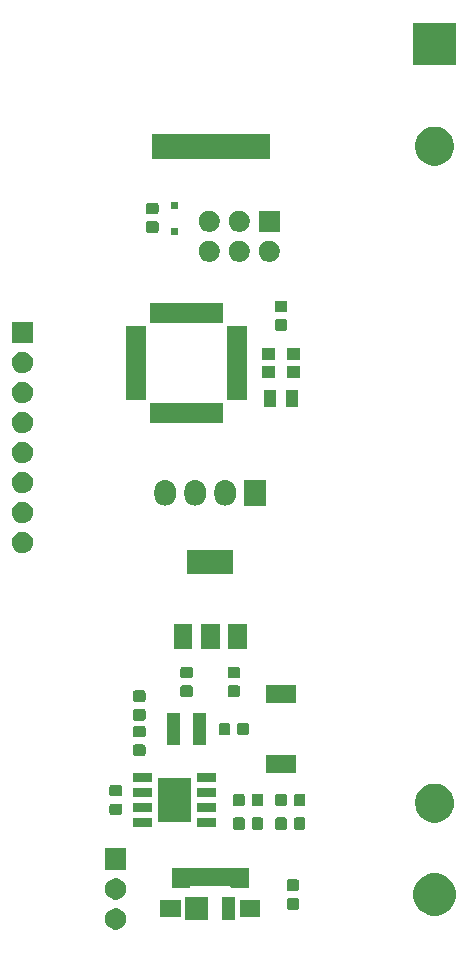
<source format=gbr>
G04 #@! TF.GenerationSoftware,KiCad,Pcbnew,5.1.5-1.fc30*
G04 #@! TF.CreationDate,2020-09-01T08:29:50+02:00*
G04 #@! TF.ProjectId,BeaconTemperature,42656163-6f6e-4546-956d-706572617475,rev?*
G04 #@! TF.SameCoordinates,Original*
G04 #@! TF.FileFunction,Soldermask,Top*
G04 #@! TF.FilePolarity,Negative*
%FSLAX46Y46*%
G04 Gerber Fmt 4.6, Leading zero omitted, Abs format (unit mm)*
G04 Created by KiCad (PCBNEW 5.1.5-1.fc30) date 2020-09-01 08:29:50*
%MOMM*%
%LPD*%
G04 APERTURE LIST*
%ADD10C,0.100000*%
G04 APERTURE END LIST*
D10*
G36*
X127113512Y-92183927D02*
G01*
X127262812Y-92213624D01*
X127426784Y-92281544D01*
X127574354Y-92380147D01*
X127699853Y-92505646D01*
X127798456Y-92653216D01*
X127866376Y-92817188D01*
X127901000Y-92991259D01*
X127901000Y-93168741D01*
X127866376Y-93342812D01*
X127798456Y-93506784D01*
X127699853Y-93654354D01*
X127574354Y-93779853D01*
X127426784Y-93878456D01*
X127262812Y-93946376D01*
X127113512Y-93976073D01*
X127088742Y-93981000D01*
X126911258Y-93981000D01*
X126886488Y-93976073D01*
X126737188Y-93946376D01*
X126573216Y-93878456D01*
X126425646Y-93779853D01*
X126300147Y-93654354D01*
X126201544Y-93506784D01*
X126133624Y-93342812D01*
X126099000Y-93168741D01*
X126099000Y-92991259D01*
X126133624Y-92817188D01*
X126201544Y-92653216D01*
X126300147Y-92505646D01*
X126425646Y-92380147D01*
X126573216Y-92281544D01*
X126737188Y-92213624D01*
X126886488Y-92183927D01*
X126911258Y-92179000D01*
X127088742Y-92179000D01*
X127113512Y-92183927D01*
G37*
G36*
X137101000Y-93201000D02*
G01*
X135999000Y-93201000D01*
X135999000Y-91199000D01*
X137101000Y-91199000D01*
X137101000Y-93201000D01*
G37*
G36*
X134801000Y-93201000D02*
G01*
X132899000Y-93201000D01*
X132899000Y-91199000D01*
X134801000Y-91199000D01*
X134801000Y-93201000D01*
G37*
G36*
X139251000Y-92901000D02*
G01*
X137499000Y-92901000D01*
X137499000Y-91499000D01*
X139251000Y-91499000D01*
X139251000Y-92901000D01*
G37*
G36*
X132501000Y-92901000D02*
G01*
X130749000Y-92901000D01*
X130749000Y-91499000D01*
X132501000Y-91499000D01*
X132501000Y-92901000D01*
G37*
G36*
X154525331Y-89268211D02*
G01*
X154853092Y-89403974D01*
X155148070Y-89601072D01*
X155398928Y-89851930D01*
X155596026Y-90146908D01*
X155731789Y-90474669D01*
X155801000Y-90822616D01*
X155801000Y-91177384D01*
X155731789Y-91525331D01*
X155596026Y-91853092D01*
X155398928Y-92148070D01*
X155148070Y-92398928D01*
X154853092Y-92596026D01*
X154525331Y-92731789D01*
X154177384Y-92801000D01*
X153822616Y-92801000D01*
X153474669Y-92731789D01*
X153146908Y-92596026D01*
X152851930Y-92398928D01*
X152601072Y-92148070D01*
X152403974Y-91853092D01*
X152268211Y-91525331D01*
X152199000Y-91177384D01*
X152199000Y-90822616D01*
X152268211Y-90474669D01*
X152403974Y-90146908D01*
X152601072Y-89851930D01*
X152851930Y-89601072D01*
X153146908Y-89403974D01*
X153474669Y-89268211D01*
X153822616Y-89199000D01*
X154177384Y-89199000D01*
X154525331Y-89268211D01*
G37*
G36*
X142379591Y-91303085D02*
G01*
X142413569Y-91313393D01*
X142444890Y-91330134D01*
X142472339Y-91352661D01*
X142494866Y-91380110D01*
X142511607Y-91411431D01*
X142521915Y-91445409D01*
X142526000Y-91486890D01*
X142526000Y-92088110D01*
X142521915Y-92129591D01*
X142511607Y-92163569D01*
X142494866Y-92194890D01*
X142472339Y-92222339D01*
X142444890Y-92244866D01*
X142413569Y-92261607D01*
X142379591Y-92271915D01*
X142338110Y-92276000D01*
X141661890Y-92276000D01*
X141620409Y-92271915D01*
X141586431Y-92261607D01*
X141555110Y-92244866D01*
X141527661Y-92222339D01*
X141505134Y-92194890D01*
X141488393Y-92163569D01*
X141478085Y-92129591D01*
X141474000Y-92088110D01*
X141474000Y-91486890D01*
X141478085Y-91445409D01*
X141488393Y-91411431D01*
X141505134Y-91380110D01*
X141527661Y-91352661D01*
X141555110Y-91330134D01*
X141586431Y-91313393D01*
X141620409Y-91303085D01*
X141661890Y-91299000D01*
X142338110Y-91299000D01*
X142379591Y-91303085D01*
G37*
G36*
X127113512Y-89643927D02*
G01*
X127262812Y-89673624D01*
X127426784Y-89741544D01*
X127574354Y-89840147D01*
X127699853Y-89965646D01*
X127798456Y-90113216D01*
X127866376Y-90277188D01*
X127887147Y-90381613D01*
X127900949Y-90451000D01*
X127901000Y-90451259D01*
X127901000Y-90628741D01*
X127866376Y-90802812D01*
X127798456Y-90966784D01*
X127699853Y-91114354D01*
X127574354Y-91239853D01*
X127426784Y-91338456D01*
X127262812Y-91406376D01*
X127113512Y-91436073D01*
X127088742Y-91441000D01*
X126911258Y-91441000D01*
X126886488Y-91436073D01*
X126737188Y-91406376D01*
X126573216Y-91338456D01*
X126425646Y-91239853D01*
X126300147Y-91114354D01*
X126201544Y-90966784D01*
X126133624Y-90802812D01*
X126099000Y-90628741D01*
X126099000Y-90451259D01*
X126099052Y-90451000D01*
X126112853Y-90381613D01*
X126133624Y-90277188D01*
X126201544Y-90113216D01*
X126300147Y-89965646D01*
X126425646Y-89840147D01*
X126573216Y-89741544D01*
X126737188Y-89673624D01*
X126886488Y-89643927D01*
X126911258Y-89639000D01*
X127088742Y-89639000D01*
X127113512Y-89643927D01*
G37*
G36*
X142379591Y-89728085D02*
G01*
X142413569Y-89738393D01*
X142444890Y-89755134D01*
X142472339Y-89777661D01*
X142494866Y-89805110D01*
X142511607Y-89836431D01*
X142521915Y-89870409D01*
X142526000Y-89911890D01*
X142526000Y-90513110D01*
X142521915Y-90554591D01*
X142511607Y-90588569D01*
X142494866Y-90619890D01*
X142472339Y-90647339D01*
X142444890Y-90669866D01*
X142413569Y-90686607D01*
X142379591Y-90696915D01*
X142338110Y-90701000D01*
X141661890Y-90701000D01*
X141620409Y-90696915D01*
X141586431Y-90686607D01*
X141555110Y-90669866D01*
X141527661Y-90647339D01*
X141505134Y-90619890D01*
X141488393Y-90588569D01*
X141478085Y-90554591D01*
X141474000Y-90513110D01*
X141474000Y-89911890D01*
X141478085Y-89870409D01*
X141488393Y-89836431D01*
X141505134Y-89805110D01*
X141527661Y-89777661D01*
X141555110Y-89755134D01*
X141586431Y-89738393D01*
X141620409Y-89728085D01*
X141661890Y-89724000D01*
X142338110Y-89724000D01*
X142379591Y-89728085D01*
G37*
G36*
X138251000Y-90451000D02*
G01*
X136724000Y-90451000D01*
X136724000Y-90405999D01*
X136721598Y-90381613D01*
X136714485Y-90358164D01*
X136702934Y-90336553D01*
X136687389Y-90317611D01*
X136668447Y-90302066D01*
X136646836Y-90290515D01*
X136623387Y-90283402D01*
X136599001Y-90281000D01*
X133400999Y-90281000D01*
X133376613Y-90283402D01*
X133353164Y-90290515D01*
X133331553Y-90302066D01*
X133312611Y-90317611D01*
X133297066Y-90336553D01*
X133285515Y-90358164D01*
X133278402Y-90381613D01*
X133276000Y-90405999D01*
X133276000Y-90451000D01*
X131749000Y-90451000D01*
X131749000Y-88799000D01*
X138251000Y-88799000D01*
X138251000Y-90451000D01*
G37*
G36*
X127901000Y-88901000D02*
G01*
X126099000Y-88901000D01*
X126099000Y-87099000D01*
X127901000Y-87099000D01*
X127901000Y-88901000D01*
G37*
G36*
X139342091Y-84478085D02*
G01*
X139376069Y-84488393D01*
X139407390Y-84505134D01*
X139434839Y-84527661D01*
X139457366Y-84555110D01*
X139474107Y-84586431D01*
X139484415Y-84620409D01*
X139488500Y-84661890D01*
X139488500Y-85338110D01*
X139484415Y-85379591D01*
X139474107Y-85413569D01*
X139457366Y-85444890D01*
X139434839Y-85472339D01*
X139407390Y-85494866D01*
X139376069Y-85511607D01*
X139342091Y-85521915D01*
X139300610Y-85526000D01*
X138699390Y-85526000D01*
X138657909Y-85521915D01*
X138623931Y-85511607D01*
X138592610Y-85494866D01*
X138565161Y-85472339D01*
X138542634Y-85444890D01*
X138525893Y-85413569D01*
X138515585Y-85379591D01*
X138511500Y-85338110D01*
X138511500Y-84661890D01*
X138515585Y-84620409D01*
X138525893Y-84586431D01*
X138542634Y-84555110D01*
X138565161Y-84527661D01*
X138592610Y-84505134D01*
X138623931Y-84488393D01*
X138657909Y-84478085D01*
X138699390Y-84474000D01*
X139300610Y-84474000D01*
X139342091Y-84478085D01*
G37*
G36*
X142917091Y-84478085D02*
G01*
X142951069Y-84488393D01*
X142982390Y-84505134D01*
X143009839Y-84527661D01*
X143032366Y-84555110D01*
X143049107Y-84586431D01*
X143059415Y-84620409D01*
X143063500Y-84661890D01*
X143063500Y-85338110D01*
X143059415Y-85379591D01*
X143049107Y-85413569D01*
X143032366Y-85444890D01*
X143009839Y-85472339D01*
X142982390Y-85494866D01*
X142951069Y-85511607D01*
X142917091Y-85521915D01*
X142875610Y-85526000D01*
X142274390Y-85526000D01*
X142232909Y-85521915D01*
X142198931Y-85511607D01*
X142167610Y-85494866D01*
X142140161Y-85472339D01*
X142117634Y-85444890D01*
X142100893Y-85413569D01*
X142090585Y-85379591D01*
X142086500Y-85338110D01*
X142086500Y-84661890D01*
X142090585Y-84620409D01*
X142100893Y-84586431D01*
X142117634Y-84555110D01*
X142140161Y-84527661D01*
X142167610Y-84505134D01*
X142198931Y-84488393D01*
X142232909Y-84478085D01*
X142274390Y-84474000D01*
X142875610Y-84474000D01*
X142917091Y-84478085D01*
G37*
G36*
X141342091Y-84478085D02*
G01*
X141376069Y-84488393D01*
X141407390Y-84505134D01*
X141434839Y-84527661D01*
X141457366Y-84555110D01*
X141474107Y-84586431D01*
X141484415Y-84620409D01*
X141488500Y-84661890D01*
X141488500Y-85338110D01*
X141484415Y-85379591D01*
X141474107Y-85413569D01*
X141457366Y-85444890D01*
X141434839Y-85472339D01*
X141407390Y-85494866D01*
X141376069Y-85511607D01*
X141342091Y-85521915D01*
X141300610Y-85526000D01*
X140699390Y-85526000D01*
X140657909Y-85521915D01*
X140623931Y-85511607D01*
X140592610Y-85494866D01*
X140565161Y-85472339D01*
X140542634Y-85444890D01*
X140525893Y-85413569D01*
X140515585Y-85379591D01*
X140511500Y-85338110D01*
X140511500Y-84661890D01*
X140515585Y-84620409D01*
X140525893Y-84586431D01*
X140542634Y-84555110D01*
X140565161Y-84527661D01*
X140592610Y-84505134D01*
X140623931Y-84488393D01*
X140657909Y-84478085D01*
X140699390Y-84474000D01*
X141300610Y-84474000D01*
X141342091Y-84478085D01*
G37*
G36*
X137767091Y-84478085D02*
G01*
X137801069Y-84488393D01*
X137832390Y-84505134D01*
X137859839Y-84527661D01*
X137882366Y-84555110D01*
X137899107Y-84586431D01*
X137909415Y-84620409D01*
X137913500Y-84661890D01*
X137913500Y-85338110D01*
X137909415Y-85379591D01*
X137899107Y-85413569D01*
X137882366Y-85444890D01*
X137859839Y-85472339D01*
X137832390Y-85494866D01*
X137801069Y-85511607D01*
X137767091Y-85521915D01*
X137725610Y-85526000D01*
X137124390Y-85526000D01*
X137082909Y-85521915D01*
X137048931Y-85511607D01*
X137017610Y-85494866D01*
X136990161Y-85472339D01*
X136967634Y-85444890D01*
X136950893Y-85413569D01*
X136940585Y-85379591D01*
X136936500Y-85338110D01*
X136936500Y-84661890D01*
X136940585Y-84620409D01*
X136950893Y-84586431D01*
X136967634Y-84555110D01*
X136990161Y-84527661D01*
X137017610Y-84505134D01*
X137048931Y-84488393D01*
X137082909Y-84478085D01*
X137124390Y-84474000D01*
X137725610Y-84474000D01*
X137767091Y-84478085D01*
G37*
G36*
X135501000Y-85281000D02*
G01*
X133899000Y-85281000D01*
X133899000Y-84529000D01*
X135501000Y-84529000D01*
X135501000Y-85281000D01*
G37*
G36*
X130101000Y-85281000D02*
G01*
X128499000Y-85281000D01*
X128499000Y-84529000D01*
X130101000Y-84529000D01*
X130101000Y-85281000D01*
G37*
G36*
X154375256Y-81646298D02*
G01*
X154481579Y-81667447D01*
X154662995Y-81742592D01*
X154717489Y-81765164D01*
X154782042Y-81791903D01*
X155052451Y-81972585D01*
X155282415Y-82202549D01*
X155282416Y-82202551D01*
X155463098Y-82472960D01*
X155471230Y-82492592D01*
X155574124Y-82741000D01*
X155587553Y-82773422D01*
X155651000Y-83092389D01*
X155651000Y-83417611D01*
X155608702Y-83630256D01*
X155587553Y-83736579D01*
X155463097Y-84037042D01*
X155282415Y-84307451D01*
X155052451Y-84537415D01*
X154782042Y-84718097D01*
X154481579Y-84842553D01*
X154375256Y-84863702D01*
X154162611Y-84906000D01*
X153837389Y-84906000D01*
X153624744Y-84863702D01*
X153518421Y-84842553D01*
X153217958Y-84718097D01*
X152947549Y-84537415D01*
X152717585Y-84307451D01*
X152536903Y-84037042D01*
X152412447Y-83736579D01*
X152391298Y-83630256D01*
X152349000Y-83417611D01*
X152349000Y-83092389D01*
X152412447Y-82773422D01*
X152425877Y-82741000D01*
X152528770Y-82492592D01*
X152536902Y-82472960D01*
X152717584Y-82202551D01*
X152717585Y-82202549D01*
X152947549Y-81972585D01*
X153217958Y-81791903D01*
X153282512Y-81765164D01*
X153337005Y-81742592D01*
X153518421Y-81667447D01*
X153624744Y-81646298D01*
X153837389Y-81604000D01*
X154162611Y-81604000D01*
X154375256Y-81646298D01*
G37*
G36*
X133401000Y-84851000D02*
G01*
X130599000Y-84851000D01*
X130599000Y-81149000D01*
X133401000Y-81149000D01*
X133401000Y-84851000D01*
G37*
G36*
X127379591Y-83303085D02*
G01*
X127413569Y-83313393D01*
X127444890Y-83330134D01*
X127472339Y-83352661D01*
X127494866Y-83380110D01*
X127511607Y-83411431D01*
X127521915Y-83445409D01*
X127526000Y-83486890D01*
X127526000Y-84088110D01*
X127521915Y-84129591D01*
X127511607Y-84163569D01*
X127494866Y-84194890D01*
X127472339Y-84222339D01*
X127444890Y-84244866D01*
X127413569Y-84261607D01*
X127379591Y-84271915D01*
X127338110Y-84276000D01*
X126661890Y-84276000D01*
X126620409Y-84271915D01*
X126586431Y-84261607D01*
X126555110Y-84244866D01*
X126527661Y-84222339D01*
X126505134Y-84194890D01*
X126488393Y-84163569D01*
X126478085Y-84129591D01*
X126474000Y-84088110D01*
X126474000Y-83486890D01*
X126478085Y-83445409D01*
X126488393Y-83411431D01*
X126505134Y-83380110D01*
X126527661Y-83352661D01*
X126555110Y-83330134D01*
X126586431Y-83313393D01*
X126620409Y-83303085D01*
X126661890Y-83299000D01*
X127338110Y-83299000D01*
X127379591Y-83303085D01*
G37*
G36*
X130101000Y-84011000D02*
G01*
X128499000Y-84011000D01*
X128499000Y-83259000D01*
X130101000Y-83259000D01*
X130101000Y-84011000D01*
G37*
G36*
X135501000Y-84011000D02*
G01*
X133899000Y-84011000D01*
X133899000Y-83259000D01*
X135501000Y-83259000D01*
X135501000Y-84011000D01*
G37*
G36*
X137767091Y-82478085D02*
G01*
X137801069Y-82488393D01*
X137832390Y-82505134D01*
X137859839Y-82527661D01*
X137882366Y-82555110D01*
X137899107Y-82586431D01*
X137909415Y-82620409D01*
X137913500Y-82661890D01*
X137913500Y-83338110D01*
X137909415Y-83379591D01*
X137899107Y-83413569D01*
X137882366Y-83444890D01*
X137859839Y-83472339D01*
X137832390Y-83494866D01*
X137801069Y-83511607D01*
X137767091Y-83521915D01*
X137725610Y-83526000D01*
X137124390Y-83526000D01*
X137082909Y-83521915D01*
X137048931Y-83511607D01*
X137017610Y-83494866D01*
X136990161Y-83472339D01*
X136967634Y-83444890D01*
X136950893Y-83413569D01*
X136940585Y-83379591D01*
X136936500Y-83338110D01*
X136936500Y-82661890D01*
X136940585Y-82620409D01*
X136950893Y-82586431D01*
X136967634Y-82555110D01*
X136990161Y-82527661D01*
X137017610Y-82505134D01*
X137048931Y-82488393D01*
X137082909Y-82478085D01*
X137124390Y-82474000D01*
X137725610Y-82474000D01*
X137767091Y-82478085D01*
G37*
G36*
X139342091Y-82478085D02*
G01*
X139376069Y-82488393D01*
X139407390Y-82505134D01*
X139434839Y-82527661D01*
X139457366Y-82555110D01*
X139474107Y-82586431D01*
X139484415Y-82620409D01*
X139488500Y-82661890D01*
X139488500Y-83338110D01*
X139484415Y-83379591D01*
X139474107Y-83413569D01*
X139457366Y-83444890D01*
X139434839Y-83472339D01*
X139407390Y-83494866D01*
X139376069Y-83511607D01*
X139342091Y-83521915D01*
X139300610Y-83526000D01*
X138699390Y-83526000D01*
X138657909Y-83521915D01*
X138623931Y-83511607D01*
X138592610Y-83494866D01*
X138565161Y-83472339D01*
X138542634Y-83444890D01*
X138525893Y-83413569D01*
X138515585Y-83379591D01*
X138511500Y-83338110D01*
X138511500Y-82661890D01*
X138515585Y-82620409D01*
X138525893Y-82586431D01*
X138542634Y-82555110D01*
X138565161Y-82527661D01*
X138592610Y-82505134D01*
X138623931Y-82488393D01*
X138657909Y-82478085D01*
X138699390Y-82474000D01*
X139300610Y-82474000D01*
X139342091Y-82478085D01*
G37*
G36*
X142917091Y-82478085D02*
G01*
X142951069Y-82488393D01*
X142982390Y-82505134D01*
X143009839Y-82527661D01*
X143032366Y-82555110D01*
X143049107Y-82586431D01*
X143059415Y-82620409D01*
X143063500Y-82661890D01*
X143063500Y-83338110D01*
X143059415Y-83379591D01*
X143049107Y-83413569D01*
X143032366Y-83444890D01*
X143009839Y-83472339D01*
X142982390Y-83494866D01*
X142951069Y-83511607D01*
X142917091Y-83521915D01*
X142875610Y-83526000D01*
X142274390Y-83526000D01*
X142232909Y-83521915D01*
X142198931Y-83511607D01*
X142167610Y-83494866D01*
X142140161Y-83472339D01*
X142117634Y-83444890D01*
X142100893Y-83413569D01*
X142090585Y-83379591D01*
X142086500Y-83338110D01*
X142086500Y-82661890D01*
X142090585Y-82620409D01*
X142100893Y-82586431D01*
X142117634Y-82555110D01*
X142140161Y-82527661D01*
X142167610Y-82505134D01*
X142198931Y-82488393D01*
X142232909Y-82478085D01*
X142274390Y-82474000D01*
X142875610Y-82474000D01*
X142917091Y-82478085D01*
G37*
G36*
X141342091Y-82478085D02*
G01*
X141376069Y-82488393D01*
X141407390Y-82505134D01*
X141434839Y-82527661D01*
X141457366Y-82555110D01*
X141474107Y-82586431D01*
X141484415Y-82620409D01*
X141488500Y-82661890D01*
X141488500Y-83338110D01*
X141484415Y-83379591D01*
X141474107Y-83413569D01*
X141457366Y-83444890D01*
X141434839Y-83472339D01*
X141407390Y-83494866D01*
X141376069Y-83511607D01*
X141342091Y-83521915D01*
X141300610Y-83526000D01*
X140699390Y-83526000D01*
X140657909Y-83521915D01*
X140623931Y-83511607D01*
X140592610Y-83494866D01*
X140565161Y-83472339D01*
X140542634Y-83444890D01*
X140525893Y-83413569D01*
X140515585Y-83379591D01*
X140511500Y-83338110D01*
X140511500Y-82661890D01*
X140515585Y-82620409D01*
X140525893Y-82586431D01*
X140542634Y-82555110D01*
X140565161Y-82527661D01*
X140592610Y-82505134D01*
X140623931Y-82488393D01*
X140657909Y-82478085D01*
X140699390Y-82474000D01*
X141300610Y-82474000D01*
X141342091Y-82478085D01*
G37*
G36*
X130101000Y-82741000D02*
G01*
X128499000Y-82741000D01*
X128499000Y-81989000D01*
X130101000Y-81989000D01*
X130101000Y-82741000D01*
G37*
G36*
X135501000Y-82741000D02*
G01*
X133899000Y-82741000D01*
X133899000Y-81989000D01*
X135501000Y-81989000D01*
X135501000Y-82741000D01*
G37*
G36*
X127379591Y-81728085D02*
G01*
X127413569Y-81738393D01*
X127444890Y-81755134D01*
X127472339Y-81777661D01*
X127494866Y-81805110D01*
X127511607Y-81836431D01*
X127521915Y-81870409D01*
X127526000Y-81911890D01*
X127526000Y-82513110D01*
X127521915Y-82554591D01*
X127511607Y-82588569D01*
X127494866Y-82619890D01*
X127472339Y-82647339D01*
X127444890Y-82669866D01*
X127413569Y-82686607D01*
X127379591Y-82696915D01*
X127338110Y-82701000D01*
X126661890Y-82701000D01*
X126620409Y-82696915D01*
X126586431Y-82686607D01*
X126555110Y-82669866D01*
X126527661Y-82647339D01*
X126505134Y-82619890D01*
X126488393Y-82588569D01*
X126478085Y-82554591D01*
X126474000Y-82513110D01*
X126474000Y-81911890D01*
X126478085Y-81870409D01*
X126488393Y-81836431D01*
X126505134Y-81805110D01*
X126527661Y-81777661D01*
X126555110Y-81755134D01*
X126586431Y-81738393D01*
X126620409Y-81728085D01*
X126661890Y-81724000D01*
X127338110Y-81724000D01*
X127379591Y-81728085D01*
G37*
G36*
X130101000Y-81471000D02*
G01*
X128499000Y-81471000D01*
X128499000Y-80719000D01*
X130101000Y-80719000D01*
X130101000Y-81471000D01*
G37*
G36*
X135501000Y-81471000D02*
G01*
X133899000Y-81471000D01*
X133899000Y-80719000D01*
X135501000Y-80719000D01*
X135501000Y-81471000D01*
G37*
G36*
X142251000Y-80726000D02*
G01*
X139749000Y-80726000D01*
X139749000Y-79174000D01*
X142251000Y-79174000D01*
X142251000Y-80726000D01*
G37*
G36*
X129379591Y-78303085D02*
G01*
X129413569Y-78313393D01*
X129444890Y-78330134D01*
X129472339Y-78352661D01*
X129494866Y-78380110D01*
X129511607Y-78411431D01*
X129521915Y-78445409D01*
X129526000Y-78486890D01*
X129526000Y-79088110D01*
X129521915Y-79129591D01*
X129511607Y-79163569D01*
X129494866Y-79194890D01*
X129472339Y-79222339D01*
X129444890Y-79244866D01*
X129413569Y-79261607D01*
X129379591Y-79271915D01*
X129338110Y-79276000D01*
X128661890Y-79276000D01*
X128620409Y-79271915D01*
X128586431Y-79261607D01*
X128555110Y-79244866D01*
X128527661Y-79222339D01*
X128505134Y-79194890D01*
X128488393Y-79163569D01*
X128478085Y-79129591D01*
X128474000Y-79088110D01*
X128474000Y-78486890D01*
X128478085Y-78445409D01*
X128488393Y-78411431D01*
X128505134Y-78380110D01*
X128527661Y-78352661D01*
X128555110Y-78330134D01*
X128586431Y-78313393D01*
X128620409Y-78303085D01*
X128661890Y-78299000D01*
X129338110Y-78299000D01*
X129379591Y-78303085D01*
G37*
G36*
X134681000Y-78326000D02*
G01*
X133519000Y-78326000D01*
X133519000Y-75674000D01*
X134681000Y-75674000D01*
X134681000Y-78326000D01*
G37*
G36*
X132481000Y-78326000D02*
G01*
X131319000Y-78326000D01*
X131319000Y-75674000D01*
X132481000Y-75674000D01*
X132481000Y-78326000D01*
G37*
G36*
X129379591Y-76728085D02*
G01*
X129413569Y-76738393D01*
X129444890Y-76755134D01*
X129472339Y-76777661D01*
X129494866Y-76805110D01*
X129511607Y-76836431D01*
X129521915Y-76870409D01*
X129526000Y-76911890D01*
X129526000Y-77513110D01*
X129521915Y-77554591D01*
X129511607Y-77588569D01*
X129494866Y-77619890D01*
X129472339Y-77647339D01*
X129444890Y-77669866D01*
X129413569Y-77686607D01*
X129379591Y-77696915D01*
X129338110Y-77701000D01*
X128661890Y-77701000D01*
X128620409Y-77696915D01*
X128586431Y-77686607D01*
X128555110Y-77669866D01*
X128527661Y-77647339D01*
X128505134Y-77619890D01*
X128488393Y-77588569D01*
X128478085Y-77554591D01*
X128474000Y-77513110D01*
X128474000Y-76911890D01*
X128478085Y-76870409D01*
X128488393Y-76836431D01*
X128505134Y-76805110D01*
X128527661Y-76777661D01*
X128555110Y-76755134D01*
X128586431Y-76738393D01*
X128620409Y-76728085D01*
X128661890Y-76724000D01*
X129338110Y-76724000D01*
X129379591Y-76728085D01*
G37*
G36*
X136554591Y-76478085D02*
G01*
X136588569Y-76488393D01*
X136619890Y-76505134D01*
X136647339Y-76527661D01*
X136669866Y-76555110D01*
X136686607Y-76586431D01*
X136696915Y-76620409D01*
X136701000Y-76661890D01*
X136701000Y-77338110D01*
X136696915Y-77379591D01*
X136686607Y-77413569D01*
X136669866Y-77444890D01*
X136647339Y-77472339D01*
X136619890Y-77494866D01*
X136588569Y-77511607D01*
X136554591Y-77521915D01*
X136513110Y-77526000D01*
X135911890Y-77526000D01*
X135870409Y-77521915D01*
X135836431Y-77511607D01*
X135805110Y-77494866D01*
X135777661Y-77472339D01*
X135755134Y-77444890D01*
X135738393Y-77413569D01*
X135728085Y-77379591D01*
X135724000Y-77338110D01*
X135724000Y-76661890D01*
X135728085Y-76620409D01*
X135738393Y-76586431D01*
X135755134Y-76555110D01*
X135777661Y-76527661D01*
X135805110Y-76505134D01*
X135836431Y-76488393D01*
X135870409Y-76478085D01*
X135911890Y-76474000D01*
X136513110Y-76474000D01*
X136554591Y-76478085D01*
G37*
G36*
X138129591Y-76478085D02*
G01*
X138163569Y-76488393D01*
X138194890Y-76505134D01*
X138222339Y-76527661D01*
X138244866Y-76555110D01*
X138261607Y-76586431D01*
X138271915Y-76620409D01*
X138276000Y-76661890D01*
X138276000Y-77338110D01*
X138271915Y-77379591D01*
X138261607Y-77413569D01*
X138244866Y-77444890D01*
X138222339Y-77472339D01*
X138194890Y-77494866D01*
X138163569Y-77511607D01*
X138129591Y-77521915D01*
X138088110Y-77526000D01*
X137486890Y-77526000D01*
X137445409Y-77521915D01*
X137411431Y-77511607D01*
X137380110Y-77494866D01*
X137352661Y-77472339D01*
X137330134Y-77444890D01*
X137313393Y-77413569D01*
X137303085Y-77379591D01*
X137299000Y-77338110D01*
X137299000Y-76661890D01*
X137303085Y-76620409D01*
X137313393Y-76586431D01*
X137330134Y-76555110D01*
X137352661Y-76527661D01*
X137380110Y-76505134D01*
X137411431Y-76488393D01*
X137445409Y-76478085D01*
X137486890Y-76474000D01*
X138088110Y-76474000D01*
X138129591Y-76478085D01*
G37*
G36*
X129379591Y-75303085D02*
G01*
X129413569Y-75313393D01*
X129444890Y-75330134D01*
X129472339Y-75352661D01*
X129494866Y-75380110D01*
X129511607Y-75411431D01*
X129521915Y-75445409D01*
X129526000Y-75486890D01*
X129526000Y-76088110D01*
X129521915Y-76129591D01*
X129511607Y-76163569D01*
X129494866Y-76194890D01*
X129472339Y-76222339D01*
X129444890Y-76244866D01*
X129413569Y-76261607D01*
X129379591Y-76271915D01*
X129338110Y-76276000D01*
X128661890Y-76276000D01*
X128620409Y-76271915D01*
X128586431Y-76261607D01*
X128555110Y-76244866D01*
X128527661Y-76222339D01*
X128505134Y-76194890D01*
X128488393Y-76163569D01*
X128478085Y-76129591D01*
X128474000Y-76088110D01*
X128474000Y-75486890D01*
X128478085Y-75445409D01*
X128488393Y-75411431D01*
X128505134Y-75380110D01*
X128527661Y-75352661D01*
X128555110Y-75330134D01*
X128586431Y-75313393D01*
X128620409Y-75303085D01*
X128661890Y-75299000D01*
X129338110Y-75299000D01*
X129379591Y-75303085D01*
G37*
G36*
X142251000Y-74826000D02*
G01*
X139749000Y-74826000D01*
X139749000Y-73274000D01*
X142251000Y-73274000D01*
X142251000Y-74826000D01*
G37*
G36*
X129379591Y-73728085D02*
G01*
X129413569Y-73738393D01*
X129444890Y-73755134D01*
X129472339Y-73777661D01*
X129494866Y-73805110D01*
X129511607Y-73836431D01*
X129521915Y-73870409D01*
X129526000Y-73911890D01*
X129526000Y-74513110D01*
X129521915Y-74554591D01*
X129511607Y-74588569D01*
X129494866Y-74619890D01*
X129472339Y-74647339D01*
X129444890Y-74669866D01*
X129413569Y-74686607D01*
X129379591Y-74696915D01*
X129338110Y-74701000D01*
X128661890Y-74701000D01*
X128620409Y-74696915D01*
X128586431Y-74686607D01*
X128555110Y-74669866D01*
X128527661Y-74647339D01*
X128505134Y-74619890D01*
X128488393Y-74588569D01*
X128478085Y-74554591D01*
X128474000Y-74513110D01*
X128474000Y-73911890D01*
X128478085Y-73870409D01*
X128488393Y-73836431D01*
X128505134Y-73805110D01*
X128527661Y-73777661D01*
X128555110Y-73755134D01*
X128586431Y-73738393D01*
X128620409Y-73728085D01*
X128661890Y-73724000D01*
X129338110Y-73724000D01*
X129379591Y-73728085D01*
G37*
G36*
X133379591Y-73303085D02*
G01*
X133413569Y-73313393D01*
X133444890Y-73330134D01*
X133472339Y-73352661D01*
X133494866Y-73380110D01*
X133511607Y-73411431D01*
X133521915Y-73445409D01*
X133526000Y-73486890D01*
X133526000Y-74088110D01*
X133521915Y-74129591D01*
X133511607Y-74163569D01*
X133494866Y-74194890D01*
X133472339Y-74222339D01*
X133444890Y-74244866D01*
X133413569Y-74261607D01*
X133379591Y-74271915D01*
X133338110Y-74276000D01*
X132661890Y-74276000D01*
X132620409Y-74271915D01*
X132586431Y-74261607D01*
X132555110Y-74244866D01*
X132527661Y-74222339D01*
X132505134Y-74194890D01*
X132488393Y-74163569D01*
X132478085Y-74129591D01*
X132474000Y-74088110D01*
X132474000Y-73486890D01*
X132478085Y-73445409D01*
X132488393Y-73411431D01*
X132505134Y-73380110D01*
X132527661Y-73352661D01*
X132555110Y-73330134D01*
X132586431Y-73313393D01*
X132620409Y-73303085D01*
X132661890Y-73299000D01*
X133338110Y-73299000D01*
X133379591Y-73303085D01*
G37*
G36*
X137379591Y-73303085D02*
G01*
X137413569Y-73313393D01*
X137444890Y-73330134D01*
X137472339Y-73352661D01*
X137494866Y-73380110D01*
X137511607Y-73411431D01*
X137521915Y-73445409D01*
X137526000Y-73486890D01*
X137526000Y-74088110D01*
X137521915Y-74129591D01*
X137511607Y-74163569D01*
X137494866Y-74194890D01*
X137472339Y-74222339D01*
X137444890Y-74244866D01*
X137413569Y-74261607D01*
X137379591Y-74271915D01*
X137338110Y-74276000D01*
X136661890Y-74276000D01*
X136620409Y-74271915D01*
X136586431Y-74261607D01*
X136555110Y-74244866D01*
X136527661Y-74222339D01*
X136505134Y-74194890D01*
X136488393Y-74163569D01*
X136478085Y-74129591D01*
X136474000Y-74088110D01*
X136474000Y-73486890D01*
X136478085Y-73445409D01*
X136488393Y-73411431D01*
X136505134Y-73380110D01*
X136527661Y-73352661D01*
X136555110Y-73330134D01*
X136586431Y-73313393D01*
X136620409Y-73303085D01*
X136661890Y-73299000D01*
X137338110Y-73299000D01*
X137379591Y-73303085D01*
G37*
G36*
X133379591Y-71728085D02*
G01*
X133413569Y-71738393D01*
X133444890Y-71755134D01*
X133472339Y-71777661D01*
X133494866Y-71805110D01*
X133511607Y-71836431D01*
X133521915Y-71870409D01*
X133526000Y-71911890D01*
X133526000Y-72513110D01*
X133521915Y-72554591D01*
X133511607Y-72588569D01*
X133494866Y-72619890D01*
X133472339Y-72647339D01*
X133444890Y-72669866D01*
X133413569Y-72686607D01*
X133379591Y-72696915D01*
X133338110Y-72701000D01*
X132661890Y-72701000D01*
X132620409Y-72696915D01*
X132586431Y-72686607D01*
X132555110Y-72669866D01*
X132527661Y-72647339D01*
X132505134Y-72619890D01*
X132488393Y-72588569D01*
X132478085Y-72554591D01*
X132474000Y-72513110D01*
X132474000Y-71911890D01*
X132478085Y-71870409D01*
X132488393Y-71836431D01*
X132505134Y-71805110D01*
X132527661Y-71777661D01*
X132555110Y-71755134D01*
X132586431Y-71738393D01*
X132620409Y-71728085D01*
X132661890Y-71724000D01*
X133338110Y-71724000D01*
X133379591Y-71728085D01*
G37*
G36*
X137379591Y-71728085D02*
G01*
X137413569Y-71738393D01*
X137444890Y-71755134D01*
X137472339Y-71777661D01*
X137494866Y-71805110D01*
X137511607Y-71836431D01*
X137521915Y-71870409D01*
X137526000Y-71911890D01*
X137526000Y-72513110D01*
X137521915Y-72554591D01*
X137511607Y-72588569D01*
X137494866Y-72619890D01*
X137472339Y-72647339D01*
X137444890Y-72669866D01*
X137413569Y-72686607D01*
X137379591Y-72696915D01*
X137338110Y-72701000D01*
X136661890Y-72701000D01*
X136620409Y-72696915D01*
X136586431Y-72686607D01*
X136555110Y-72669866D01*
X136527661Y-72647339D01*
X136505134Y-72619890D01*
X136488393Y-72588569D01*
X136478085Y-72554591D01*
X136474000Y-72513110D01*
X136474000Y-71911890D01*
X136478085Y-71870409D01*
X136488393Y-71836431D01*
X136505134Y-71805110D01*
X136527661Y-71777661D01*
X136555110Y-71755134D01*
X136586431Y-71738393D01*
X136620409Y-71728085D01*
X136661890Y-71724000D01*
X137338110Y-71724000D01*
X137379591Y-71728085D01*
G37*
G36*
X138101000Y-70201000D02*
G01*
X136499000Y-70201000D01*
X136499000Y-68099000D01*
X138101000Y-68099000D01*
X138101000Y-70201000D01*
G37*
G36*
X135801000Y-70201000D02*
G01*
X134199000Y-70201000D01*
X134199000Y-68099000D01*
X135801000Y-68099000D01*
X135801000Y-70201000D01*
G37*
G36*
X133501000Y-70201000D02*
G01*
X131899000Y-70201000D01*
X131899000Y-68099000D01*
X133501000Y-68099000D01*
X133501000Y-70201000D01*
G37*
G36*
X136951000Y-63901000D02*
G01*
X133049000Y-63901000D01*
X133049000Y-61799000D01*
X136951000Y-61799000D01*
X136951000Y-63901000D01*
G37*
G36*
X119213512Y-60283927D02*
G01*
X119362812Y-60313624D01*
X119526784Y-60381544D01*
X119674354Y-60480147D01*
X119799853Y-60605646D01*
X119898456Y-60753216D01*
X119966376Y-60917188D01*
X120001000Y-61091259D01*
X120001000Y-61268741D01*
X119966376Y-61442812D01*
X119898456Y-61606784D01*
X119799853Y-61754354D01*
X119674354Y-61879853D01*
X119526784Y-61978456D01*
X119362812Y-62046376D01*
X119213512Y-62076073D01*
X119188742Y-62081000D01*
X119011258Y-62081000D01*
X118986488Y-62076073D01*
X118837188Y-62046376D01*
X118673216Y-61978456D01*
X118525646Y-61879853D01*
X118400147Y-61754354D01*
X118301544Y-61606784D01*
X118233624Y-61442812D01*
X118199000Y-61268741D01*
X118199000Y-61091259D01*
X118233624Y-60917188D01*
X118301544Y-60753216D01*
X118400147Y-60605646D01*
X118525646Y-60480147D01*
X118673216Y-60381544D01*
X118837188Y-60313624D01*
X118986488Y-60283927D01*
X119011258Y-60279000D01*
X119188742Y-60279000D01*
X119213512Y-60283927D01*
G37*
G36*
X119213512Y-57743927D02*
G01*
X119362812Y-57773624D01*
X119526784Y-57841544D01*
X119674354Y-57940147D01*
X119799853Y-58065646D01*
X119898456Y-58213216D01*
X119966376Y-58377188D01*
X120001000Y-58551259D01*
X120001000Y-58728741D01*
X119966376Y-58902812D01*
X119898456Y-59066784D01*
X119799853Y-59214354D01*
X119674354Y-59339853D01*
X119526784Y-59438456D01*
X119362812Y-59506376D01*
X119213512Y-59536073D01*
X119188742Y-59541000D01*
X119011258Y-59541000D01*
X118986488Y-59536073D01*
X118837188Y-59506376D01*
X118673216Y-59438456D01*
X118525646Y-59339853D01*
X118400147Y-59214354D01*
X118301544Y-59066784D01*
X118233624Y-58902812D01*
X118199000Y-58728741D01*
X118199000Y-58551259D01*
X118233624Y-58377188D01*
X118301544Y-58213216D01*
X118400147Y-58065646D01*
X118525646Y-57940147D01*
X118673216Y-57841544D01*
X118837188Y-57773624D01*
X118986488Y-57743927D01*
X119011258Y-57739000D01*
X119188742Y-57739000D01*
X119213512Y-57743927D01*
G37*
G36*
X131369294Y-55946233D02*
G01*
X131541695Y-55998531D01*
X131700583Y-56083458D01*
X131839849Y-56197751D01*
X131954142Y-56337017D01*
X132039069Y-56495906D01*
X132091367Y-56668307D01*
X132104600Y-56802670D01*
X132104600Y-57197331D01*
X132091367Y-57331694D01*
X132039069Y-57504095D01*
X131954142Y-57662983D01*
X131839849Y-57802249D01*
X131700583Y-57916542D01*
X131541694Y-58001469D01*
X131369293Y-58053767D01*
X131190000Y-58071425D01*
X131010706Y-58053767D01*
X130838305Y-58001469D01*
X130679417Y-57916542D01*
X130540151Y-57802249D01*
X130425858Y-57662983D01*
X130340931Y-57504094D01*
X130288633Y-57331693D01*
X130275400Y-57197330D01*
X130275400Y-56802669D01*
X130288633Y-56668306D01*
X130340931Y-56495905D01*
X130425858Y-56337018D01*
X130540152Y-56197751D01*
X130679418Y-56083458D01*
X130838306Y-55998531D01*
X131010707Y-55946233D01*
X131190000Y-55928575D01*
X131369294Y-55946233D01*
G37*
G36*
X133909294Y-55946233D02*
G01*
X134081695Y-55998531D01*
X134240583Y-56083458D01*
X134379849Y-56197751D01*
X134494142Y-56337017D01*
X134579069Y-56495906D01*
X134631367Y-56668307D01*
X134644600Y-56802670D01*
X134644600Y-57197331D01*
X134631367Y-57331694D01*
X134579069Y-57504095D01*
X134494142Y-57662983D01*
X134379849Y-57802249D01*
X134240583Y-57916542D01*
X134081694Y-58001469D01*
X133909293Y-58053767D01*
X133730000Y-58071425D01*
X133550706Y-58053767D01*
X133378305Y-58001469D01*
X133219417Y-57916542D01*
X133080151Y-57802249D01*
X132965858Y-57662983D01*
X132880931Y-57504094D01*
X132828633Y-57331693D01*
X132815400Y-57197330D01*
X132815400Y-56802669D01*
X132828633Y-56668306D01*
X132880931Y-56495905D01*
X132965858Y-56337018D01*
X133080152Y-56197751D01*
X133219418Y-56083458D01*
X133378306Y-55998531D01*
X133550707Y-55946233D01*
X133730000Y-55928575D01*
X133909294Y-55946233D01*
G37*
G36*
X136449294Y-55946233D02*
G01*
X136621695Y-55998531D01*
X136780583Y-56083458D01*
X136919849Y-56197751D01*
X137034142Y-56337017D01*
X137119069Y-56495906D01*
X137171367Y-56668307D01*
X137184600Y-56802670D01*
X137184600Y-57197331D01*
X137171367Y-57331694D01*
X137119069Y-57504095D01*
X137034142Y-57662983D01*
X136919849Y-57802249D01*
X136780583Y-57916542D01*
X136621694Y-58001469D01*
X136449293Y-58053767D01*
X136270000Y-58071425D01*
X136090706Y-58053767D01*
X135918305Y-58001469D01*
X135759417Y-57916542D01*
X135620151Y-57802249D01*
X135505858Y-57662983D01*
X135420931Y-57504094D01*
X135368633Y-57331693D01*
X135355400Y-57197330D01*
X135355400Y-56802669D01*
X135368633Y-56668306D01*
X135420931Y-56495905D01*
X135505858Y-56337018D01*
X135620152Y-56197751D01*
X135759418Y-56083458D01*
X135918306Y-55998531D01*
X136090707Y-55946233D01*
X136270000Y-55928575D01*
X136449294Y-55946233D01*
G37*
G36*
X139724600Y-58067000D02*
G01*
X137895400Y-58067000D01*
X137895400Y-55933000D01*
X139724600Y-55933000D01*
X139724600Y-58067000D01*
G37*
G36*
X119213512Y-55203927D02*
G01*
X119362812Y-55233624D01*
X119526784Y-55301544D01*
X119674354Y-55400147D01*
X119799853Y-55525646D01*
X119898456Y-55673216D01*
X119966376Y-55837188D01*
X120001000Y-56011259D01*
X120001000Y-56188741D01*
X119966376Y-56362812D01*
X119898456Y-56526784D01*
X119799853Y-56674354D01*
X119674354Y-56799853D01*
X119526784Y-56898456D01*
X119362812Y-56966376D01*
X119213512Y-56996073D01*
X119188742Y-57001000D01*
X119011258Y-57001000D01*
X118986488Y-56996073D01*
X118837188Y-56966376D01*
X118673216Y-56898456D01*
X118525646Y-56799853D01*
X118400147Y-56674354D01*
X118301544Y-56526784D01*
X118233624Y-56362812D01*
X118199000Y-56188741D01*
X118199000Y-56011259D01*
X118233624Y-55837188D01*
X118301544Y-55673216D01*
X118400147Y-55525646D01*
X118525646Y-55400147D01*
X118673216Y-55301544D01*
X118837188Y-55233624D01*
X118986488Y-55203927D01*
X119011258Y-55199000D01*
X119188742Y-55199000D01*
X119213512Y-55203927D01*
G37*
G36*
X119213512Y-52663927D02*
G01*
X119362812Y-52693624D01*
X119526784Y-52761544D01*
X119674354Y-52860147D01*
X119799853Y-52985646D01*
X119898456Y-53133216D01*
X119966376Y-53297188D01*
X120001000Y-53471259D01*
X120001000Y-53648741D01*
X119966376Y-53822812D01*
X119898456Y-53986784D01*
X119799853Y-54134354D01*
X119674354Y-54259853D01*
X119526784Y-54358456D01*
X119362812Y-54426376D01*
X119213512Y-54456073D01*
X119188742Y-54461000D01*
X119011258Y-54461000D01*
X118986488Y-54456073D01*
X118837188Y-54426376D01*
X118673216Y-54358456D01*
X118525646Y-54259853D01*
X118400147Y-54134354D01*
X118301544Y-53986784D01*
X118233624Y-53822812D01*
X118199000Y-53648741D01*
X118199000Y-53471259D01*
X118233624Y-53297188D01*
X118301544Y-53133216D01*
X118400147Y-52985646D01*
X118525646Y-52860147D01*
X118673216Y-52761544D01*
X118837188Y-52693624D01*
X118986488Y-52663927D01*
X119011258Y-52659000D01*
X119188742Y-52659000D01*
X119213512Y-52663927D01*
G37*
G36*
X119213512Y-50123927D02*
G01*
X119362812Y-50153624D01*
X119526784Y-50221544D01*
X119674354Y-50320147D01*
X119799853Y-50445646D01*
X119898456Y-50593216D01*
X119966376Y-50757188D01*
X120001000Y-50931259D01*
X120001000Y-51108741D01*
X119966376Y-51282812D01*
X119898456Y-51446784D01*
X119799853Y-51594354D01*
X119674354Y-51719853D01*
X119526784Y-51818456D01*
X119362812Y-51886376D01*
X119213512Y-51916073D01*
X119188742Y-51921000D01*
X119011258Y-51921000D01*
X118986488Y-51916073D01*
X118837188Y-51886376D01*
X118673216Y-51818456D01*
X118525646Y-51719853D01*
X118400147Y-51594354D01*
X118301544Y-51446784D01*
X118233624Y-51282812D01*
X118199000Y-51108741D01*
X118199000Y-50931259D01*
X118233624Y-50757188D01*
X118301544Y-50593216D01*
X118400147Y-50445646D01*
X118525646Y-50320147D01*
X118673216Y-50221544D01*
X118837188Y-50153624D01*
X118986488Y-50123927D01*
X119011258Y-50119000D01*
X119188742Y-50119000D01*
X119213512Y-50123927D01*
G37*
G36*
X136126000Y-51101000D02*
G01*
X129874000Y-51101000D01*
X129874000Y-49399000D01*
X136126000Y-49399000D01*
X136126000Y-51101000D01*
G37*
G36*
X140434468Y-48253565D02*
G01*
X140473138Y-48265296D01*
X140508777Y-48284346D01*
X140540017Y-48309983D01*
X140565654Y-48341223D01*
X140584704Y-48376862D01*
X140596435Y-48415532D01*
X140601000Y-48461888D01*
X140601000Y-49538112D01*
X140596435Y-49584468D01*
X140584704Y-49623138D01*
X140565654Y-49658777D01*
X140540017Y-49690017D01*
X140508777Y-49715654D01*
X140473138Y-49734704D01*
X140434468Y-49746435D01*
X140388112Y-49751000D01*
X139736888Y-49751000D01*
X139690532Y-49746435D01*
X139651862Y-49734704D01*
X139616223Y-49715654D01*
X139584983Y-49690017D01*
X139559346Y-49658777D01*
X139540296Y-49623138D01*
X139528565Y-49584468D01*
X139524000Y-49538112D01*
X139524000Y-48461888D01*
X139528565Y-48415532D01*
X139540296Y-48376862D01*
X139559346Y-48341223D01*
X139584983Y-48309983D01*
X139616223Y-48284346D01*
X139651862Y-48265296D01*
X139690532Y-48253565D01*
X139736888Y-48249000D01*
X140388112Y-48249000D01*
X140434468Y-48253565D01*
G37*
G36*
X142309468Y-48253565D02*
G01*
X142348138Y-48265296D01*
X142383777Y-48284346D01*
X142415017Y-48309983D01*
X142440654Y-48341223D01*
X142459704Y-48376862D01*
X142471435Y-48415532D01*
X142476000Y-48461888D01*
X142476000Y-49538112D01*
X142471435Y-49584468D01*
X142459704Y-49623138D01*
X142440654Y-49658777D01*
X142415017Y-49690017D01*
X142383777Y-49715654D01*
X142348138Y-49734704D01*
X142309468Y-49746435D01*
X142263112Y-49751000D01*
X141611888Y-49751000D01*
X141565532Y-49746435D01*
X141526862Y-49734704D01*
X141491223Y-49715654D01*
X141459983Y-49690017D01*
X141434346Y-49658777D01*
X141415296Y-49623138D01*
X141403565Y-49584468D01*
X141399000Y-49538112D01*
X141399000Y-48461888D01*
X141403565Y-48415532D01*
X141415296Y-48376862D01*
X141434346Y-48341223D01*
X141459983Y-48309983D01*
X141491223Y-48284346D01*
X141526862Y-48265296D01*
X141565532Y-48253565D01*
X141611888Y-48249000D01*
X142263112Y-48249000D01*
X142309468Y-48253565D01*
G37*
G36*
X119213512Y-47583927D02*
G01*
X119362812Y-47613624D01*
X119526784Y-47681544D01*
X119674354Y-47780147D01*
X119799853Y-47905646D01*
X119898456Y-48053216D01*
X119966376Y-48217188D01*
X119991047Y-48341223D01*
X119996506Y-48368663D01*
X120001000Y-48391259D01*
X120001000Y-48568741D01*
X119966376Y-48742812D01*
X119898456Y-48906784D01*
X119799853Y-49054354D01*
X119674354Y-49179853D01*
X119526784Y-49278456D01*
X119362812Y-49346376D01*
X119213512Y-49376073D01*
X119188742Y-49381000D01*
X119011258Y-49381000D01*
X118986488Y-49376073D01*
X118837188Y-49346376D01*
X118673216Y-49278456D01*
X118525646Y-49179853D01*
X118400147Y-49054354D01*
X118301544Y-48906784D01*
X118233624Y-48742812D01*
X118199000Y-48568741D01*
X118199000Y-48391259D01*
X118203495Y-48368663D01*
X118208953Y-48341223D01*
X118233624Y-48217188D01*
X118301544Y-48053216D01*
X118400147Y-47905646D01*
X118525646Y-47780147D01*
X118673216Y-47681544D01*
X118837188Y-47613624D01*
X118986488Y-47583927D01*
X119011258Y-47579000D01*
X119188742Y-47579000D01*
X119213512Y-47583927D01*
G37*
G36*
X138101000Y-49126000D02*
G01*
X136399000Y-49126000D01*
X136399000Y-42874000D01*
X138101000Y-42874000D01*
X138101000Y-49126000D01*
G37*
G36*
X129601000Y-49126000D02*
G01*
X127899000Y-49126000D01*
X127899000Y-42874000D01*
X129601000Y-42874000D01*
X129601000Y-49126000D01*
G37*
G36*
X142626000Y-47276000D02*
G01*
X141524000Y-47276000D01*
X141524000Y-46274000D01*
X142626000Y-46274000D01*
X142626000Y-47276000D01*
G37*
G36*
X140476000Y-47276000D02*
G01*
X139374000Y-47276000D01*
X139374000Y-46274000D01*
X140476000Y-46274000D01*
X140476000Y-47276000D01*
G37*
G36*
X119213512Y-45043927D02*
G01*
X119362812Y-45073624D01*
X119526784Y-45141544D01*
X119674354Y-45240147D01*
X119799853Y-45365646D01*
X119898456Y-45513216D01*
X119966376Y-45677188D01*
X120001000Y-45851259D01*
X120001000Y-46028741D01*
X119966376Y-46202812D01*
X119898456Y-46366784D01*
X119799853Y-46514354D01*
X119674354Y-46639853D01*
X119526784Y-46738456D01*
X119362812Y-46806376D01*
X119213512Y-46836073D01*
X119188742Y-46841000D01*
X119011258Y-46841000D01*
X118986488Y-46836073D01*
X118837188Y-46806376D01*
X118673216Y-46738456D01*
X118525646Y-46639853D01*
X118400147Y-46514354D01*
X118301544Y-46366784D01*
X118233624Y-46202812D01*
X118199000Y-46028741D01*
X118199000Y-45851259D01*
X118233624Y-45677188D01*
X118301544Y-45513216D01*
X118400147Y-45365646D01*
X118525646Y-45240147D01*
X118673216Y-45141544D01*
X118837188Y-45073624D01*
X118986488Y-45043927D01*
X119011258Y-45039000D01*
X119188742Y-45039000D01*
X119213512Y-45043927D01*
G37*
G36*
X142626000Y-45726000D02*
G01*
X141524000Y-45726000D01*
X141524000Y-44724000D01*
X142626000Y-44724000D01*
X142626000Y-45726000D01*
G37*
G36*
X140476000Y-45726000D02*
G01*
X139374000Y-45726000D01*
X139374000Y-44724000D01*
X140476000Y-44724000D01*
X140476000Y-45726000D01*
G37*
G36*
X120001000Y-44301000D02*
G01*
X118199000Y-44301000D01*
X118199000Y-42499000D01*
X120001000Y-42499000D01*
X120001000Y-44301000D01*
G37*
G36*
X141379591Y-42303085D02*
G01*
X141413569Y-42313393D01*
X141444890Y-42330134D01*
X141472339Y-42352661D01*
X141494866Y-42380110D01*
X141511607Y-42411431D01*
X141521915Y-42445409D01*
X141526000Y-42486890D01*
X141526000Y-43088110D01*
X141521915Y-43129591D01*
X141511607Y-43163569D01*
X141494866Y-43194890D01*
X141472339Y-43222339D01*
X141444890Y-43244866D01*
X141413569Y-43261607D01*
X141379591Y-43271915D01*
X141338110Y-43276000D01*
X140661890Y-43276000D01*
X140620409Y-43271915D01*
X140586431Y-43261607D01*
X140555110Y-43244866D01*
X140527661Y-43222339D01*
X140505134Y-43194890D01*
X140488393Y-43163569D01*
X140478085Y-43129591D01*
X140474000Y-43088110D01*
X140474000Y-42486890D01*
X140478085Y-42445409D01*
X140488393Y-42411431D01*
X140505134Y-42380110D01*
X140527661Y-42352661D01*
X140555110Y-42330134D01*
X140586431Y-42313393D01*
X140620409Y-42303085D01*
X140661890Y-42299000D01*
X141338110Y-42299000D01*
X141379591Y-42303085D01*
G37*
G36*
X136126000Y-42601000D02*
G01*
X129874000Y-42601000D01*
X129874000Y-40899000D01*
X136126000Y-40899000D01*
X136126000Y-42601000D01*
G37*
G36*
X141379591Y-40728085D02*
G01*
X141413569Y-40738393D01*
X141444890Y-40755134D01*
X141472339Y-40777661D01*
X141494866Y-40805110D01*
X141511607Y-40836431D01*
X141521915Y-40870409D01*
X141526000Y-40911890D01*
X141526000Y-41513110D01*
X141521915Y-41554591D01*
X141511607Y-41588569D01*
X141494866Y-41619890D01*
X141472339Y-41647339D01*
X141444890Y-41669866D01*
X141413569Y-41686607D01*
X141379591Y-41696915D01*
X141338110Y-41701000D01*
X140661890Y-41701000D01*
X140620409Y-41696915D01*
X140586431Y-41686607D01*
X140555110Y-41669866D01*
X140527661Y-41647339D01*
X140505134Y-41619890D01*
X140488393Y-41588569D01*
X140478085Y-41554591D01*
X140474000Y-41513110D01*
X140474000Y-40911890D01*
X140478085Y-40870409D01*
X140488393Y-40836431D01*
X140505134Y-40805110D01*
X140527661Y-40777661D01*
X140555110Y-40755134D01*
X140586431Y-40738393D01*
X140620409Y-40728085D01*
X140661890Y-40724000D01*
X141338110Y-40724000D01*
X141379591Y-40728085D01*
G37*
G36*
X140113512Y-35643927D02*
G01*
X140262812Y-35673624D01*
X140426784Y-35741544D01*
X140574354Y-35840147D01*
X140699853Y-35965646D01*
X140798456Y-36113216D01*
X140866376Y-36277188D01*
X140901000Y-36451259D01*
X140901000Y-36628741D01*
X140866376Y-36802812D01*
X140798456Y-36966784D01*
X140699853Y-37114354D01*
X140574354Y-37239853D01*
X140426784Y-37338456D01*
X140262812Y-37406376D01*
X140113512Y-37436073D01*
X140088742Y-37441000D01*
X139911258Y-37441000D01*
X139886488Y-37436073D01*
X139737188Y-37406376D01*
X139573216Y-37338456D01*
X139425646Y-37239853D01*
X139300147Y-37114354D01*
X139201544Y-36966784D01*
X139133624Y-36802812D01*
X139099000Y-36628741D01*
X139099000Y-36451259D01*
X139133624Y-36277188D01*
X139201544Y-36113216D01*
X139300147Y-35965646D01*
X139425646Y-35840147D01*
X139573216Y-35741544D01*
X139737188Y-35673624D01*
X139886488Y-35643927D01*
X139911258Y-35639000D01*
X140088742Y-35639000D01*
X140113512Y-35643927D01*
G37*
G36*
X137573512Y-35643927D02*
G01*
X137722812Y-35673624D01*
X137886784Y-35741544D01*
X138034354Y-35840147D01*
X138159853Y-35965646D01*
X138258456Y-36113216D01*
X138326376Y-36277188D01*
X138361000Y-36451259D01*
X138361000Y-36628741D01*
X138326376Y-36802812D01*
X138258456Y-36966784D01*
X138159853Y-37114354D01*
X138034354Y-37239853D01*
X137886784Y-37338456D01*
X137722812Y-37406376D01*
X137573512Y-37436073D01*
X137548742Y-37441000D01*
X137371258Y-37441000D01*
X137346488Y-37436073D01*
X137197188Y-37406376D01*
X137033216Y-37338456D01*
X136885646Y-37239853D01*
X136760147Y-37114354D01*
X136661544Y-36966784D01*
X136593624Y-36802812D01*
X136559000Y-36628741D01*
X136559000Y-36451259D01*
X136593624Y-36277188D01*
X136661544Y-36113216D01*
X136760147Y-35965646D01*
X136885646Y-35840147D01*
X137033216Y-35741544D01*
X137197188Y-35673624D01*
X137346488Y-35643927D01*
X137371258Y-35639000D01*
X137548742Y-35639000D01*
X137573512Y-35643927D01*
G37*
G36*
X135033512Y-35643927D02*
G01*
X135182812Y-35673624D01*
X135346784Y-35741544D01*
X135494354Y-35840147D01*
X135619853Y-35965646D01*
X135718456Y-36113216D01*
X135786376Y-36277188D01*
X135821000Y-36451259D01*
X135821000Y-36628741D01*
X135786376Y-36802812D01*
X135718456Y-36966784D01*
X135619853Y-37114354D01*
X135494354Y-37239853D01*
X135346784Y-37338456D01*
X135182812Y-37406376D01*
X135033512Y-37436073D01*
X135008742Y-37441000D01*
X134831258Y-37441000D01*
X134806488Y-37436073D01*
X134657188Y-37406376D01*
X134493216Y-37338456D01*
X134345646Y-37239853D01*
X134220147Y-37114354D01*
X134121544Y-36966784D01*
X134053624Y-36802812D01*
X134019000Y-36628741D01*
X134019000Y-36451259D01*
X134053624Y-36277188D01*
X134121544Y-36113216D01*
X134220147Y-35965646D01*
X134345646Y-35840147D01*
X134493216Y-35741544D01*
X134657188Y-35673624D01*
X134806488Y-35643927D01*
X134831258Y-35639000D01*
X135008742Y-35639000D01*
X135033512Y-35643927D01*
G37*
G36*
X132301000Y-35201000D02*
G01*
X131699000Y-35201000D01*
X131699000Y-34599000D01*
X132301000Y-34599000D01*
X132301000Y-35201000D01*
G37*
G36*
X130479591Y-34003085D02*
G01*
X130513569Y-34013393D01*
X130544890Y-34030134D01*
X130572339Y-34052661D01*
X130594866Y-34080110D01*
X130611607Y-34111431D01*
X130621915Y-34145409D01*
X130626000Y-34186890D01*
X130626000Y-34788110D01*
X130621915Y-34829591D01*
X130611607Y-34863569D01*
X130594866Y-34894890D01*
X130572339Y-34922339D01*
X130544890Y-34944866D01*
X130513569Y-34961607D01*
X130479591Y-34971915D01*
X130438110Y-34976000D01*
X129761890Y-34976000D01*
X129720409Y-34971915D01*
X129686431Y-34961607D01*
X129655110Y-34944866D01*
X129627661Y-34922339D01*
X129605134Y-34894890D01*
X129588393Y-34863569D01*
X129578085Y-34829591D01*
X129574000Y-34788110D01*
X129574000Y-34186890D01*
X129578085Y-34145409D01*
X129588393Y-34111431D01*
X129605134Y-34080110D01*
X129627661Y-34052661D01*
X129655110Y-34030134D01*
X129686431Y-34013393D01*
X129720409Y-34003085D01*
X129761890Y-33999000D01*
X130438110Y-33999000D01*
X130479591Y-34003085D01*
G37*
G36*
X135033512Y-33103927D02*
G01*
X135182812Y-33133624D01*
X135346784Y-33201544D01*
X135494354Y-33300147D01*
X135619853Y-33425646D01*
X135718456Y-33573216D01*
X135786376Y-33737188D01*
X135821000Y-33911259D01*
X135821000Y-34088741D01*
X135786376Y-34262812D01*
X135718456Y-34426784D01*
X135619853Y-34574354D01*
X135494354Y-34699853D01*
X135346784Y-34798456D01*
X135182812Y-34866376D01*
X135039459Y-34894890D01*
X135008742Y-34901000D01*
X134831258Y-34901000D01*
X134800541Y-34894890D01*
X134657188Y-34866376D01*
X134493216Y-34798456D01*
X134345646Y-34699853D01*
X134220147Y-34574354D01*
X134121544Y-34426784D01*
X134053624Y-34262812D01*
X134019000Y-34088741D01*
X134019000Y-33911259D01*
X134053624Y-33737188D01*
X134121544Y-33573216D01*
X134220147Y-33425646D01*
X134345646Y-33300147D01*
X134493216Y-33201544D01*
X134657188Y-33133624D01*
X134806488Y-33103927D01*
X134831258Y-33099000D01*
X135008742Y-33099000D01*
X135033512Y-33103927D01*
G37*
G36*
X137573512Y-33103927D02*
G01*
X137722812Y-33133624D01*
X137886784Y-33201544D01*
X138034354Y-33300147D01*
X138159853Y-33425646D01*
X138258456Y-33573216D01*
X138326376Y-33737188D01*
X138361000Y-33911259D01*
X138361000Y-34088741D01*
X138326376Y-34262812D01*
X138258456Y-34426784D01*
X138159853Y-34574354D01*
X138034354Y-34699853D01*
X137886784Y-34798456D01*
X137722812Y-34866376D01*
X137579459Y-34894890D01*
X137548742Y-34901000D01*
X137371258Y-34901000D01*
X137340541Y-34894890D01*
X137197188Y-34866376D01*
X137033216Y-34798456D01*
X136885646Y-34699853D01*
X136760147Y-34574354D01*
X136661544Y-34426784D01*
X136593624Y-34262812D01*
X136559000Y-34088741D01*
X136559000Y-33911259D01*
X136593624Y-33737188D01*
X136661544Y-33573216D01*
X136760147Y-33425646D01*
X136885646Y-33300147D01*
X137033216Y-33201544D01*
X137197188Y-33133624D01*
X137346488Y-33103927D01*
X137371258Y-33099000D01*
X137548742Y-33099000D01*
X137573512Y-33103927D01*
G37*
G36*
X140901000Y-34901000D02*
G01*
X139099000Y-34901000D01*
X139099000Y-33099000D01*
X140901000Y-33099000D01*
X140901000Y-34901000D01*
G37*
G36*
X130479591Y-32428085D02*
G01*
X130513569Y-32438393D01*
X130544890Y-32455134D01*
X130572339Y-32477661D01*
X130594866Y-32505110D01*
X130611607Y-32536431D01*
X130621915Y-32570409D01*
X130626000Y-32611890D01*
X130626000Y-33213110D01*
X130621915Y-33254591D01*
X130611607Y-33288569D01*
X130594866Y-33319890D01*
X130572339Y-33347339D01*
X130544890Y-33369866D01*
X130513569Y-33386607D01*
X130479591Y-33396915D01*
X130438110Y-33401000D01*
X129761890Y-33401000D01*
X129720409Y-33396915D01*
X129686431Y-33386607D01*
X129655110Y-33369866D01*
X129627661Y-33347339D01*
X129605134Y-33319890D01*
X129588393Y-33288569D01*
X129578085Y-33254591D01*
X129574000Y-33213110D01*
X129574000Y-32611890D01*
X129578085Y-32570409D01*
X129588393Y-32536431D01*
X129605134Y-32505110D01*
X129627661Y-32477661D01*
X129655110Y-32455134D01*
X129686431Y-32438393D01*
X129720409Y-32428085D01*
X129761890Y-32424000D01*
X130438110Y-32424000D01*
X130479591Y-32428085D01*
G37*
G36*
X132301000Y-33001000D02*
G01*
X131699000Y-33001000D01*
X131699000Y-32399000D01*
X132301000Y-32399000D01*
X132301000Y-33001000D01*
G37*
G36*
X154375256Y-26036298D02*
G01*
X154481579Y-26057447D01*
X154782042Y-26181903D01*
X155052451Y-26362585D01*
X155282415Y-26592549D01*
X155463097Y-26862958D01*
X155587553Y-27163421D01*
X155651000Y-27482391D01*
X155651000Y-27807609D01*
X155587553Y-28126579D01*
X155463097Y-28427042D01*
X155282415Y-28697451D01*
X155052451Y-28927415D01*
X154782042Y-29108097D01*
X154481579Y-29232553D01*
X154375256Y-29253702D01*
X154162611Y-29296000D01*
X153837389Y-29296000D01*
X153624744Y-29253702D01*
X153518421Y-29232553D01*
X153217958Y-29108097D01*
X152947549Y-28927415D01*
X152717585Y-28697451D01*
X152536903Y-28427042D01*
X152412447Y-28126579D01*
X152349000Y-27807609D01*
X152349000Y-27482391D01*
X152412447Y-27163421D01*
X152536903Y-26862958D01*
X152717585Y-26592549D01*
X152947549Y-26362585D01*
X153217958Y-26181903D01*
X153518421Y-26057447D01*
X153624744Y-26036298D01*
X153837389Y-25994000D01*
X154162611Y-25994000D01*
X154375256Y-26036298D01*
G37*
G36*
X140041000Y-28751000D02*
G01*
X130049000Y-28751000D01*
X130049000Y-26649000D01*
X140041000Y-26649000D01*
X140041000Y-28751000D01*
G37*
G36*
X155801000Y-20801000D02*
G01*
X152199000Y-20801000D01*
X152199000Y-17199000D01*
X155801000Y-17199000D01*
X155801000Y-20801000D01*
G37*
M02*

</source>
